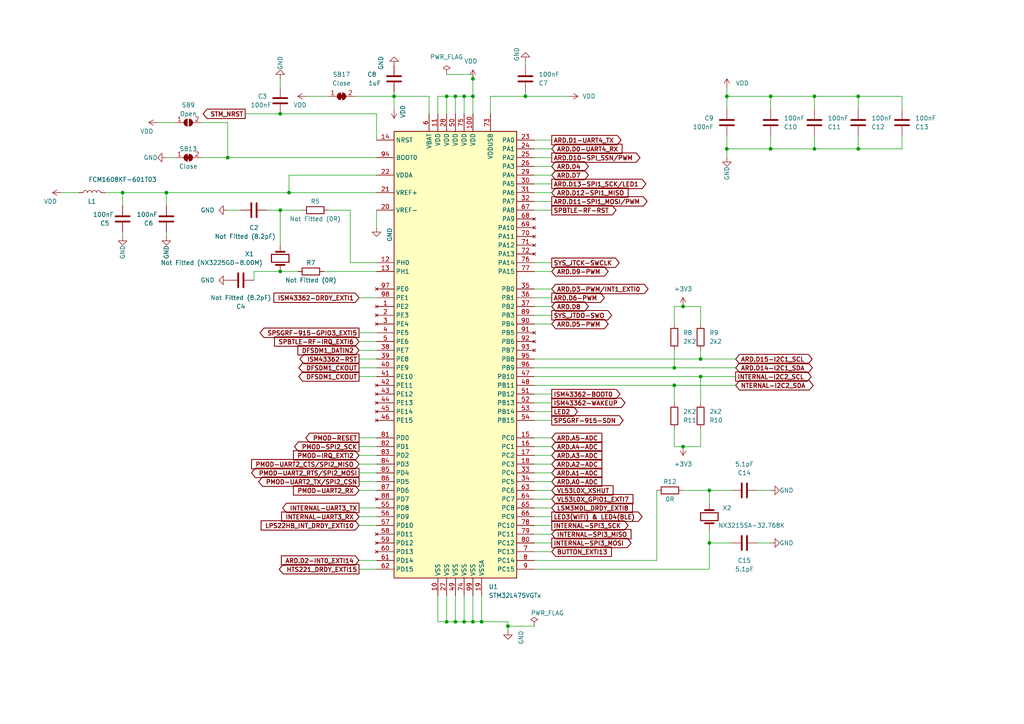
<source format=kicad_sch>
(kicad_sch (version 20211123) (generator eeschema)
  (paper "A4")
  (title_block (title "Microcontroller") (date "2023-01-22"))
  (lib_symbols
    (symbol "Device:C" (pin_numbers hide) (pin_names (offset 0.254))
      (property "Reference" "C" (at 0.635 2.54 0))
      (property "Value" "C" (at 0.635 -2.54 0))
      (symbol "C_0_1"
        (polyline (pts (xy -2.032 -0.762) (xy 2.032 -0.762)) (stroke (width 0.508)))
        (polyline (pts (xy -2.032 0.762) (xy 2.032 0.762)) (stroke (width 0.508)))
      )
      (symbol "C_1_1"
        (pin passive line (at 0 3.81 270) (length 2.794) (name "~") (number "1"))
        (pin passive line (at 0 -3.81 90) (length 2.794) (name "~") (number "2"))
      )
    )
    (symbol "Device:Crystal" (pin_numbers hide) (pin_names (offset 1.016) hide)
      (property "Reference" "Y" (at 0 3.81 0))
      (property "Value" "Crystal" (at 0 -3.81 0))
      (symbol "Crystal_0_1"
        (rectangle (start -1.143 2.54) (end 1.143 -2.54) (stroke (width 0.3048)))
        (polyline (pts (xy -2.54 0) (xy -1.905 0)))
        (polyline (pts (xy -1.905 -1.27) (xy -1.905 1.27)) (stroke (width 0.508)))
        (polyline (pts (xy 1.905 -1.27) (xy 1.905 1.27)) (stroke (width 0.508)))
        (polyline (pts (xy 2.54 0) (xy 1.905 0)))
      )
      (symbol "Crystal_1_1"
        (pin passive line (at -3.81 0 0) (length 1.27) (name "1") (number "1"))
        (pin passive line (at 3.81 0 180) (length 1.27) (name "2") (number "2"))
      )
    )
    (symbol "Device:L" (pin_numbers hide) (pin_names (offset 1.016) hide)
      (property "Reference" "L" (at -1.27 0 90))
      (property "Value" "L" (at 1.905 0 90))
      (symbol "L_0_1"
        (arc (start 0 -2.54) (mid 0.635 -1.905) (end 0 -1.27))
        (arc (start 0 -1.27) (mid 0.635 -0.635) (end 0 0))
        (arc (start 0 0) (mid 0.635 0.635) (end 0 1.27))
        (arc (start 0 1.27) (mid 0.635 1.905) (end 0 2.54))
      )
      (symbol "L_1_1"
        (pin passive line (at 0 3.81 270) (length 1.27) (name "1") (number "1"))
        (pin passive line (at 0 -3.81 90) (length 1.27) (name "2") (number "2"))
      )
    )
    (symbol "Device:R" (pin_numbers hide) (pin_names (offset 0))
      (property "Reference" "R" (at 2.032 0 90))
      (property "Value" "R" (at 0 0 90))
      (symbol "R_0_1"
        (rectangle (start -1.016 -2.54) (end 1.016 2.54) (stroke (width 0.254)))
      )
      (symbol "R_1_1"
        (pin passive line (at 0 3.81 270) (length 1.27) (name "~") (number "1"))
        (pin passive line (at 0 -3.81 90) (length 1.27) (name "~") (number "2"))
      )
    )
    (symbol "Jumper:SolderJumper_2_Bridged" (pin_names (offset 0) hide)
      (property "Reference" "JP" (at 0 2.032 0))
      (property "Value" "SolderJumper_2_Bridged" (at 0 -2.54 0))
      (symbol "SolderJumper_2_Bridged_0_1"
        (rectangle (start -0.508 0.508) (end 0.508 -0.508) (fill (type outline)))
        (arc (start -0.254 1.016) (mid -1.27 0) (end -0.254 -1.016))
        (arc (start -0.254 1.016) (mid -1.27 0) (end -0.254 -1.016) (fill (type outline)))
        (polyline (pts (xy -0.254 1.016) (xy -0.254 -1.016)))
        (polyline (pts (xy 0.254 1.016) (xy 0.254 -1.016)))
        (arc (start 0.254 -1.016) (mid 1.27 0) (end 0.254 1.016))
        (arc (start 0.254 -1.016) (mid 1.27 0) (end 0.254 1.016) (fill (type outline)))
      )
      (symbol "SolderJumper_2_Bridged_1_1"
        (pin passive line (at -3.81 0 0) (length 2.54) (name "A") (number "1"))
        (pin passive line (at 3.81 0 180) (length 2.54) (name "B") (number "2"))
      )
    )
    (symbol "Jumper:SolderJumper_2_Open" (pin_names (offset 0) hide)
      (property "Reference" "JP" (at 0 2.032 0))
      (property "Value" "SolderJumper_2_Open" (at 0 -2.54 0))
      (symbol "SolderJumper_2_Open_0_1"
        (arc (start -0.254 1.016) (mid -1.27 0) (end -0.254 -1.016))
        (arc (start -0.254 1.016) (mid -1.27 0) (end -0.254 -1.016) (fill (type outline)))
        (polyline (pts (xy -0.254 1.016) (xy -0.254 -1.016)))
        (polyline (pts (xy 0.254 1.016) (xy 0.254 -1.016)))
        (arc (start 0.254 -1.016) (mid 1.27 0) (end 0.254 1.016))
        (arc (start 0.254 -1.016) (mid 1.27 0) (end 0.254 1.016) (fill (type outline)))
      )
      (symbol "SolderJumper_2_Open_1_1"
        (pin passive line (at -3.81 0 0) (length 2.54) (name "A") (number "1"))
        (pin passive line (at 3.81 0 180) (length 2.54) (name "B") (number "2"))
      )
    )
    (symbol "MCU_ST_STM32L4:STM32L475VGTx"
      (property "Reference" "U1" (at 9.6394 -68.58 0))
      (property "Value" "STM32L475VGTx" (at 9.6394 -71.12 0))
      (symbol "STM32L475VGTx_0_1"
        (rectangle (start -17.78 -66.04) (end 17.78 63.5) (stroke (width 0.254)) (fill (type background)))
      )
      (symbol "STM32L475VGTx_1_1"
        (pin no_connect line (at -22.86 12.7 0) (length 5.08) (name "PE2") (number "1"))
        (pin power_in line (at -5.08 -71.12 90) (length 5.08) (name "VSS") (number "10"))
        (pin power_in line (at 5.08 68.58 270) (length 5.08) (name "VDD") (number "100"))
        (pin power_in line (at -5.08 68.58 270) (length 5.08) (name "VDD") (number "11"))
        (pin input line (at -22.86 25.4 0) (length 5.08) (name "PH0") (number "12"))
        (pin input line (at -22.86 22.86 0) (length 5.08) (name "PH1") (number "13"))
        (pin input line (at -22.86 60.96 0) (length 5.08) (name "NRST") (number "14"))
        (pin bidirectional line (at 22.86 -25.4 180) (length 5.08) (name "PC0") (number "15"))
        (pin bidirectional line (at 22.86 -27.94 180) (length 5.08) (name "PC1") (number "16"))
        (pin bidirectional line (at 22.86 -30.48 180) (length 5.08) (name "PC2") (number "17"))
        (pin bidirectional line (at 22.86 -33.02 180) (length 5.08) (name "PC3") (number "18"))
        (pin power_in line (at 7.62 -71.12 90) (length 5.08) (name "VSSA") (number "19"))
        (pin no_connect line (at -22.86 10.16 0) (length 5.08) (name "PE3") (number "2"))
        (pin power_in line (at -22.86 40.64 0) (length 5.08) (name "VREF-") (number "20"))
        (pin bidirectional line (at -22.86 45.72 0) (length 5.08) (name "VREF+") (number "21"))
        (pin bidirectional line (at -22.86 50.8 0) (length 5.08) (name "VDDA") (number "22"))
        (pin bidirectional line (at 22.86 60.96 180) (length 5.08) (name "PA0") (number "23"))
        (pin bidirectional line (at 22.86 58.42 180) (length 5.08) (name "PA1") (number "24"))
        (pin bidirectional line (at 22.86 55.88 180) (length 5.08) (name "PA2") (number "25"))
        (pin bidirectional line (at 22.86 53.34 180) (length 5.08) (name "PA3") (number "26"))
        (pin power_in line (at -2.54 -71.12 90) (length 5.08) (name "VSS") (number "27"))
        (pin power_in line (at -2.54 68.58 270) (length 5.08) (name "VDD") (number "28"))
        (pin bidirectional line (at 22.86 50.8 180) (length 5.08) (name "PA4") (number "29"))
        (pin no_connect line (at -22.86 7.62 0) (length 5.08) (name "PE4") (number "3"))
        (pin bidirectional line (at 22.86 48.26 180) (length 5.08) (name "PA5") (number "30"))
        (pin bidirectional line (at 22.86 45.72 180) (length 5.08) (name "PA6") (number "31"))
        (pin bidirectional line (at 22.86 43.18 180) (length 5.08) (name "PA7") (number "32"))
        (pin bidirectional line (at 22.86 -35.56 180) (length 5.08) (name "PC4") (number "33"))
        (pin bidirectional line (at 22.86 -38.1 180) (length 5.08) (name "PC5") (number "34"))
        (pin bidirectional line (at 22.86 17.78 180) (length 5.08) (name "PB0") (number "35"))
        (pin bidirectional line (at 22.86 15.24 180) (length 5.08) (name "PB1") (number "36"))
        (pin bidirectional line (at 22.86 12.7 180) (length 5.08) (name "PB2") (number "37"))
        (pin bidirectional line (at -22.86 0 0) (length 5.08) (name "PE7") (number "38"))
        (pin bidirectional line (at -22.86 -2.54 0) (length 5.08) (name "PE8") (number "39"))
        (pin bidirectional line (at -22.86 5.08 0) (length 5.08) (name "PE5") (number "4"))
        (pin bidirectional line (at -22.86 -5.08 0) (length 5.08) (name "PE9") (number "40"))
        (pin bidirectional line (at -22.86 -7.62 0) (length 5.08) (name "PE10") (number "41"))
        (pin no_connect line (at -22.86 -10.16 0) (length 5.08) (name "PE11") (number "42"))
        (pin no_connect line (at -22.86 -12.7 0) (length 5.08) (name "PE12") (number "43"))
        (pin no_connect line (at -22.86 -15.24 0) (length 5.08) (name "PE13") (number "44"))
        (pin no_connect line (at -22.86 -17.78 0) (length 5.08) (name "PE14") (number "45"))
        (pin no_connect line (at -22.86 -20.32 0) (length 5.08) (name "PE15") (number "46"))
        (pin bidirectional line (at 22.86 -7.62 180) (length 5.08) (name "PB10") (number "47"))
        (pin bidirectional line (at 22.86 -10.16 180) (length 5.08) (name "PB11") (number "48"))
        (pin power_in line (at 0 -71.12 90) (length 5.08) (name "VSS") (number "49"))
        (pin bidirectional line (at -22.86 2.54 0) (length 5.08) (name "PE6") (number "5"))
        (pin power_in line (at 0 68.58 270) (length 5.08) (name "VDD") (number "50"))
        (pin bidirectional line (at 22.86 -12.7 180) (length 5.08) (name "PB12") (number "51"))
        (pin bidirectional line (at 22.86 -15.24 180) (length 5.08) (name "PB13") (number "52"))
        (pin bidirectional line (at 22.86 -17.78 180) (length 5.08) (name "PB14") (number "53"))
        (pin bidirectional line (at 22.86 -20.32 180) (length 5.08) (name "PB15") (number "54"))
        (pin bidirectional line (at -22.86 -45.72 0) (length 5.08) (name "PD8") (number "55"))
        (pin bidirectional line (at -22.86 -48.26 0) (length 5.08) (name "PD9") (number "56"))
        (pin bidirectional line (at -22.86 -50.8 0) (length 5.08) (name "PD10") (number "57"))
        (pin no_connect line (at -22.86 -53.34 0) (length 5.08) (name "PD11") (number "58"))
        (pin no_connect line (at -22.86 -55.88 0) (length 5.08) (name "PD12") (number "59"))
        (pin power_in line (at -7.62 68.58 270) (length 5.08) (name "VBAT") (number "6"))
        (pin no_connect line (at -22.86 -58.42 0) (length 5.08) (name "PD13") (number "60"))
        (pin bidirectional line (at -22.86 -60.96 0) (length 5.08) (name "PD14") (number "61"))
        (pin bidirectional line (at -22.86 -63.5 0) (length 5.08) (name "PD15") (number "62"))
        (pin bidirectional line (at 22.86 -40.64 180) (length 5.08) (name "PC6") (number "63"))
        (pin bidirectional line (at 22.86 -43.18 180) (length 5.08) (name "PC7") (number "64"))
        (pin bidirectional line (at 22.86 -45.72 180) (length 5.08) (name "PC8") (number "65"))
        (pin bidirectional line (at 22.86 -48.26 180) (length 5.08) (name "PC9") (number "66"))
        (pin bidirectional line (at 22.86 40.64 180) (length 5.08) (name "PA8") (number "67"))
        (pin no_connect line (at 22.86 38.1 180) (length 5.08) (name "PA9") (number "68"))
        (pin no_connect line (at 22.86 35.56 180) (length 5.08) (name "PA10") (number "69"))
        (pin bidirectional line (at 22.86 -58.42 180) (length 5.08) (name "PC13") (number "7"))
        (pin no_connect line (at 22.86 33.02 180) (length 5.08) (name "PA11") (number "70"))
        (pin no_connect line (at 22.86 30.48 180) (length 5.08) (name "PA12") (number "71"))
        (pin no_connect line (at 22.86 27.94 180) (length 5.08) (name "PA13") (number "72"))
        (pin power_in line (at 10.16 68.58 270) (length 5.08) (name "VDDUSB") (number "73"))
        (pin power_in line (at 2.54 -71.12 90) (length 5.08) (name "VSS") (number "74"))
        (pin power_in line (at 2.54 68.58 270) (length 5.08) (name "VDD") (number "75"))
        (pin bidirectional line (at 22.86 25.4 180) (length 5.08) (name "PA14") (number "76"))
        (pin bidirectional line (at 22.86 22.86 180) (length 5.08) (name "PA15") (number "77"))
        (pin bidirectional line (at 22.86 -50.8 180) (length 5.08) (name "PC10") (number "78"))
        (pin bidirectional line (at 22.86 -53.34 180) (length 5.08) (name "PC11") (number "79"))
        (pin bidirectional line (at 22.86 -60.96 180) (length 5.08) (name "PC14") (number "8"))
        (pin bidirectional line (at 22.86 -55.88 180) (length 5.08) (name "PC12") (number "80"))
        (pin bidirectional line (at -22.86 -25.4 0) (length 5.08) (name "PD0") (number "81"))
        (pin bidirectional line (at -22.86 -27.94 0) (length 5.08) (name "PD1") (number "82"))
        (pin bidirectional line (at -22.86 -30.48 0) (length 5.08) (name "PD2") (number "83"))
        (pin bidirectional line (at -22.86 -33.02 0) (length 5.08) (name "PD3") (number "84"))
        (pin bidirectional line (at -22.86 -35.56 0) (length 5.08) (name "PD4") (number "85"))
        (pin bidirectional line (at -22.86 -38.1 0) (length 5.08) (name "PD5") (number "86"))
        (pin bidirectional line (at -22.86 -40.64 0) (length 5.08) (name "PD6") (number "87"))
        (pin no_connect line (at -22.86 -43.18 0) (length 5.08) (name "PD7") (number "88"))
        (pin bidirectional line (at 22.86 10.16 180) (length 5.08) (name "PB3") (number "89"))
        (pin bidirectional line (at 22.86 -63.5 180) (length 5.08) (name "PC15") (number "9"))
        (pin bidirectional line (at 22.86 7.62 180) (length 5.08) (name "PB4") (number "90"))
        (pin no_connect line (at 22.86 5.08 180) (length 5.08) (name "PB5") (number "91"))
        (pin no_connect line (at 22.86 2.54 180) (length 5.08) (name "PB6") (number "92"))
        (pin no_connect line (at 22.86 0 180) (length 5.08) (name "PB7") (number "93"))
        (pin input line (at -22.86 55.88 0) (length 5.08) (name "BOOT0") (number "94"))
        (pin bidirectional line (at 22.86 -2.54 180) (length 5.08) (name "PB8") (number "95"))
        (pin bidirectional line (at 22.86 -5.08 180) (length 5.08) (name "PB9") (number "96"))
        (pin no_connect line (at -22.86 17.78 0) (length 5.08) (name "PE0") (number "97"))
        (pin bidirectional line (at -22.86 15.24 0) (length 5.08) (name "PE1") (number "98"))
        (pin power_in line (at 5.08 -71.12 90) (length 5.08) (name "VSS") (number "99"))
      )
    )
    (symbol "VDD_1" (power) (pin_numbers hide) (pin_names (offset 0) hide)
      (property "Value" "VDD_1" (at 2.54 1.2701 0))
      (symbol "VDD_1_0_1"
        (polyline (pts (xy -0.762 1.27) (xy 0 2.54)))
        (polyline (pts (xy 0 0) (xy 0 2.54)))
        (polyline (pts (xy 0 2.54) (xy 0.762 1.27)))
      )
      (symbol "VDD_1_1_1"
        (pin power_in line (at 0 0 90) (length 0) hide (name "VDD") (number "1"))
      )
    )
    (symbol "VDD_2" (power) (pin_numbers hide) (pin_names (offset 0) hide)
      (property "Value" "VDD_2" (at 2.54 -5.08 90))
      (symbol "VDD_2_0_1"
        (polyline (pts (xy -0.762 1.27) (xy 0 2.54)))
        (polyline (pts (xy 0 0) (xy 0 2.54)))
        (polyline (pts (xy 0 2.54) (xy 0.762 1.27)))
      )
      (symbol "VDD_2_1_1"
        (pin power_in line (at 0 0 90) (length 0) hide (name "VDD") (number "1"))
      )
    )
    (symbol "power:+3V3" (power) (pin_numbers hide) (pin_names (offset 0) hide)
      (property "Value" "+3V3" (at 0 3.556 0))
      (symbol "+3V3_0_1"
        (polyline (pts (xy -0.762 1.27) (xy 0 2.54)))
        (polyline (pts (xy 0 0) (xy 0 2.54)))
        (polyline (pts (xy 0 2.54) (xy 0.762 1.27)))
      )
      (symbol "+3V3_1_1"
        (pin power_in line (at 0 0 90) (length 0) hide (name "+3V3") (number "1"))
      )
    )
    (symbol "power:GND" (power) (pin_numbers hide) (pin_names (offset 0) hide)
      (property "Value" "GND" (at 0 -3.81 0))
      (symbol "GND_0_1"
        (polyline (pts (xy 0 0) (xy 0 -1.27) (xy 1.27 -1.27) (xy 0 -2.54) (xy -1.27 -1.27) (xy 0 -1.27)))
      )
      (symbol "GND_1_1"
        (pin power_in line (at 0 0 270) (length 0) hide (name "GND") (number "1"))
      )
    )
    (symbol "power:PWR_FLAG" (power) (pin_numbers hide) (pin_names (offset 0) hide)
      (property "Value" "PWR_FLAG" (at 0 3.81 0))
      (symbol "PWR_FLAG_0_0"
        (pin power_out line (at 0 0 90) (length 0) (name "pwr") (number "1"))
      )
      (symbol "PWR_FLAG_0_1"
        (polyline (pts (xy 0 0) (xy 0 1.27) (xy -1.016 1.905) (xy 0 2.54) (xy 1.016 1.905) (xy 0 1.27)))
      )
    )
  )
  (junction (at 198.12 129.54))
  (junction (at 81.28 60.96))
  (junction (at 152.4 27.94))
  (junction (at 137.16 22.86))
  (junction (at 134.62 27.94))
  (junction (at 203.2 109.22))
  (junction (at 195.58 111.76))
  (junction (at 48.26 55.88))
  (junction (at 210.82 43.18))
  (junction (at 137.16 180.34))
  (junction (at 81.28 78.74))
  (junction (at 132.08 180.34))
  (junction (at 147.32 181.61))
  (junction (at 223.52 27.94))
  (junction (at 83.82 55.88))
  (junction (at 248.92 27.94))
  (junction (at 114.3 27.94))
  (junction (at 129.54 180.34))
  (junction (at 132.08 27.94))
  (junction (at 223.52 43.18))
  (junction (at 137.16 27.94))
  (junction (at 236.22 27.94))
  (junction (at 195.58 106.68))
  (junction (at 198.12 88.9))
  (junction (at 203.2 104.14))
  (junction (at 248.92 43.18))
  (junction (at 236.22 43.18))
  (junction (at 35.56 55.88))
  (junction (at 210.82 27.94))
  (junction (at 134.62 180.34))
  (junction (at 66.04 45.72))
  (junction (at 129.54 27.94))
  (junction (at 205.74 142.24))
  (junction (at 205.74 157.48))
  (junction (at 81.28 33.02))
  (junction (at 139.7 180.34))
  (wire (pts (xy 152.4 17.78) (xy 152.4 19.05)))
  (wire (pts (xy 223.52 43.18) (xy 236.22 43.18)))
  (wire (pts (xy 109.22 60.96) (xy 109.22 66.04)))
  (wire (pts (xy 160.02 114.3) (xy 154.94 114.3)))
  (wire (pts (xy 139.7 180.34) (xy 147.32 180.34)))
  (wire (pts (xy 104.14 127) (xy 109.22 127)))
  (wire (pts (xy 198.12 129.54) (xy 203.2 129.54)))
  (wire (pts (xy 236.22 43.18) (xy 248.92 43.18)))
  (wire (pts (xy 129.54 33.02) (xy 129.54 27.94)))
  (wire (pts (xy 210.82 39.37) (xy 210.82 43.18)))
  (wire (pts (xy 102.87 27.94) (xy 114.3 27.94)))
  (wire (pts (xy 58.42 35.56) (xy 66.04 35.56)))
  (wire (pts (xy 109.22 50.8) (xy 83.82 50.8)))
  (wire (pts (xy 236.22 27.94) (xy 236.22 31.75)))
  (wire (pts (xy 30.48 55.88) (xy 35.56 55.88)))
  (wire (pts (xy 104.14 134.62) (xy 109.22 134.62)))
  (wire (pts (xy 160.02 48.26) (xy 154.94 48.26)))
  (wire (pts (xy 66.04 60.96) (xy 69.85 60.96)))
  (wire (pts (xy 160.02 55.88) (xy 154.94 55.88)))
  (wire (pts (xy 152.4 27.94) (xy 165.1 27.94)))
  (wire (pts (xy 195.58 101.6) (xy 195.58 106.68)))
  (wire (pts (xy 205.74 157.48) (xy 205.74 165.1)))
  (wire (pts (xy 134.62 33.02) (xy 134.62 27.94)))
  (wire (pts (xy 142.24 27.94) (xy 152.4 27.94)))
  (wire (pts (xy 127 33.02) (xy 127 27.94)))
  (wire (pts (xy 195.58 111.76) (xy 213.36 111.76)))
  (wire (pts (xy 17.78 55.88) (xy 22.86 55.88)))
  (wire (pts (xy 160.02 58.42) (xy 154.94 58.42)))
  (wire (pts (xy 104.14 129.54) (xy 109.22 129.54)))
  (wire (pts (xy 160.02 50.8) (xy 154.94 50.8)))
  (wire (pts (xy 35.56 55.88) (xy 48.26 55.88)))
  (wire (pts (xy 236.22 39.37) (xy 236.22 43.18)))
  (wire (pts (xy 160.02 154.94) (xy 154.94 154.94)))
  (wire (pts (xy 160.02 160.02) (xy 154.94 160.02)))
  (wire (pts (xy 198.12 142.24) (xy 205.74 142.24)))
  (wire (pts (xy 152.4 26.67) (xy 152.4 27.94)))
  (wire (pts (xy 71.12 33.02) (xy 81.28 33.02)))
  (wire (pts (xy 205.74 157.48) (xy 212.09 157.48)))
  (wire (pts (xy 160.02 53.34) (xy 154.94 53.34)))
  (wire (pts (xy 160.02 147.32) (xy 154.94 147.32)))
  (wire (pts (xy 134.62 27.94) (xy 137.16 27.94)))
  (wire (pts (xy 104.14 147.32) (xy 109.22 147.32)))
  (wire (pts (xy 160.02 132.08) (xy 154.94 132.08)))
  (wire (pts (xy 137.16 21.59) (xy 137.16 22.86)))
  (wire (pts (xy 114.3 27.94) (xy 124.46 27.94)))
  (wire (pts (xy 81.28 60.96) (xy 87.63 60.96)))
  (wire (pts (xy 104.14 137.16) (xy 109.22 137.16)))
  (wire (pts (xy 104.14 165.1) (xy 109.22 165.1)))
  (wire (pts (xy 160.02 88.9) (xy 154.94 88.9)))
  (wire (pts (xy 195.58 129.54) (xy 198.12 129.54)))
  (wire (pts (xy 203.2 116.84) (xy 203.2 109.22)))
  (wire (pts (xy 210.82 43.18) (xy 210.82 45.72)))
  (wire (pts (xy 198.12 88.9) (xy 203.2 88.9)))
  (wire (pts (xy 66.04 45.72) (xy 109.22 45.72)))
  (wire (pts (xy 137.16 22.86) (xy 137.16 27.94)))
  (wire (pts (xy 219.71 142.24) (xy 223.52 142.24)))
  (wire (pts (xy 104.14 109.22) (xy 109.22 109.22)))
  (wire (pts (xy 160.02 142.24) (xy 154.94 142.24)))
  (wire (pts (xy 223.52 27.94) (xy 223.52 31.75)))
  (wire (pts (xy 154.94 106.68) (xy 195.58 106.68)))
  (wire (pts (xy 160.02 149.86) (xy 154.94 149.86)))
  (wire (pts (xy 203.2 129.54) (xy 203.2 124.46)))
  (wire (pts (xy 223.52 39.37) (xy 223.52 43.18)))
  (wire (pts (xy 137.16 33.02) (xy 137.16 27.94)))
  (wire (pts (xy 77.47 60.96) (xy 81.28 60.96)))
  (wire (pts (xy 104.14 152.4) (xy 109.22 152.4)))
  (wire (pts (xy 261.62 39.37) (xy 261.62 43.18)))
  (wire (pts (xy 160.02 152.4) (xy 154.94 152.4)))
  (wire (pts (xy 160.02 60.96) (xy 154.94 60.96)))
  (wire (pts (xy 160.02 86.36) (xy 154.94 86.36)))
  (wire (pts (xy 160.02 116.84) (xy 154.94 116.84)))
  (wire (pts (xy 203.2 88.9) (xy 203.2 93.98)))
  (wire (pts (xy 147.32 180.34) (xy 147.32 181.61)))
  (wire (pts (xy 81.28 71.12) (xy 81.28 60.96)))
  (wire (pts (xy 160.02 93.98) (xy 154.94 93.98)))
  (wire (pts (xy 124.46 27.94) (xy 124.46 33.02)))
  (wire (pts (xy 93.98 78.74) (xy 109.22 78.74)))
  (wire (pts (xy 236.22 27.94) (xy 248.92 27.94)))
  (wire (pts (xy 48.26 67.31) (xy 48.26 68.58)))
  (wire (pts (xy 160.02 157.48) (xy 154.94 157.48)))
  (wire (pts (xy 205.74 153.67) (xy 205.74 157.48)))
  (wire (pts (xy 101.6 76.2) (xy 101.6 60.96)))
  (wire (pts (xy 127 172.72) (xy 127 180.34)))
  (wire (pts (xy 114.3 27.94) (xy 114.3 31.75)))
  (wire (pts (xy 203.2 101.6) (xy 203.2 104.14)))
  (wire (pts (xy 104.14 99.06) (xy 109.22 99.06)))
  (wire (pts (xy 104.14 101.6) (xy 109.22 101.6)))
  (wire (pts (xy 134.62 172.72) (xy 134.62 180.34)))
  (wire (pts (xy 83.82 55.88) (xy 109.22 55.88)))
  (wire (pts (xy 58.42 45.72) (xy 66.04 45.72)))
  (wire (pts (xy 109.22 33.02) (xy 109.22 40.64)))
  (wire (pts (xy 45.72 35.56) (xy 50.8 35.56)))
  (wire (pts (xy 139.7 172.72) (xy 139.7 180.34)))
  (wire (pts (xy 160.02 83.82) (xy 154.94 83.82)))
  (wire (pts (xy 223.52 27.94) (xy 236.22 27.94)))
  (wire (pts (xy 114.3 26.67) (xy 114.3 27.94)))
  (wire (pts (xy 129.54 180.34) (xy 132.08 180.34)))
  (wire (pts (xy 134.62 180.34) (xy 137.16 180.34)))
  (wire (pts (xy 195.58 129.54) (xy 195.58 124.46)))
  (wire (pts (xy 154.94 111.76) (xy 195.58 111.76)))
  (wire (pts (xy 160.02 43.18) (xy 154.94 43.18)))
  (wire (pts (xy 160.02 119.38) (xy 154.94 119.38)))
  (wire (pts (xy 104.14 106.68) (xy 109.22 106.68)))
  (wire (pts (xy 48.26 59.69) (xy 48.26 55.88)))
  (wire (pts (xy 154.94 104.14) (xy 203.2 104.14)))
  (wire (pts (xy 160.02 76.2) (xy 154.94 76.2)))
  (wire (pts (xy 160.02 144.78) (xy 154.94 144.78)))
  (wire (pts (xy 147.32 181.61) (xy 147.32 182.88)))
  (wire (pts (xy 81.28 33.02) (xy 109.22 33.02)))
  (wire (pts (xy 104.14 139.7) (xy 109.22 139.7)))
  (wire (pts (xy 132.08 27.94) (xy 134.62 27.94)))
  (wire (pts (xy 160.02 91.44) (xy 154.94 91.44)))
  (wire (pts (xy 248.92 27.94) (xy 261.62 27.94)))
  (wire (pts (xy 160.02 139.7) (xy 154.94 139.7)))
  (wire (pts (xy 261.62 43.18) (xy 248.92 43.18)))
  (wire (pts (xy 147.32 181.61) (xy 154.94 181.61)))
  (wire (pts (xy 127 180.34) (xy 129.54 180.34)))
  (wire (pts (xy 129.54 172.72) (xy 129.54 180.34)))
  (wire (pts (xy 104.14 162.56) (xy 109.22 162.56)))
  (wire (pts (xy 109.22 76.2) (xy 101.6 76.2)))
  (wire (pts (xy 160.02 137.16) (xy 154.94 137.16)))
  (wire (pts (xy 104.14 96.52) (xy 109.22 96.52)))
  (wire (pts (xy 101.6 60.96) (xy 95.25 60.96)))
  (wire (pts (xy 104.14 104.14) (xy 109.22 104.14)))
  (wire (pts (xy 73.66 78.74) (xy 81.28 78.74)))
  (wire (pts (xy 35.56 67.31) (xy 35.56 68.58)))
  (wire (pts (xy 205.74 142.24) (xy 212.09 142.24)))
  (wire (pts (xy 195.58 88.9) (xy 198.12 88.9)))
  (wire (pts (xy 160.02 127) (xy 154.94 127)))
  (wire (pts (xy 210.82 27.94) (xy 210.82 31.75)))
  (wire (pts (xy 83.82 50.8) (xy 83.82 55.88)))
  (wire (pts (xy 219.71 157.48) (xy 223.52 157.48)))
  (wire (pts (xy 195.58 106.68) (xy 213.36 106.68)))
  (wire (pts (xy 73.66 78.74) (xy 73.66 81.28)))
  (wire (pts (xy 195.58 111.76) (xy 195.58 116.84)))
  (wire (pts (xy 35.56 59.69) (xy 35.56 55.88)))
  (wire (pts (xy 210.82 43.18) (xy 223.52 43.18)))
  (wire (pts (xy 160.02 40.64) (xy 154.94 40.64)))
  (wire (pts (xy 81.28 22.86) (xy 81.28 25.4)))
  (wire (pts (xy 104.14 142.24) (xy 109.22 142.24)))
  (wire (pts (xy 129.54 27.94) (xy 132.08 27.94)))
  (wire (pts (xy 132.08 33.02) (xy 132.08 27.94)))
  (wire (pts (xy 48.26 45.72) (xy 50.8 45.72)))
  (wire (pts (xy 203.2 104.14) (xy 213.36 104.14)))
  (wire (pts (xy 104.14 149.86) (xy 109.22 149.86)))
  (wire (pts (xy 154.94 109.22) (xy 203.2 109.22)))
  (wire (pts (xy 154.94 162.56) (xy 190.5 162.56)))
  (wire (pts (xy 248.92 39.37) (xy 248.92 43.18)))
  (wire (pts (xy 195.58 88.9) (xy 195.58 93.98)))
  (wire (pts (xy 203.2 109.22) (xy 213.36 109.22)))
  (wire (pts (xy 210.82 25.4) (xy 210.82 27.94)))
  (wire (pts (xy 210.82 27.94) (xy 223.52 27.94)))
  (wire (pts (xy 104.14 86.36) (xy 109.22 86.36)))
  (wire (pts (xy 160.02 121.92) (xy 154.94 121.92)))
  (wire (pts (xy 66.04 35.56) (xy 66.04 45.72)))
  (wire (pts (xy 48.26 55.88) (xy 83.82 55.88)))
  (wire (pts (xy 129.54 21.59) (xy 137.16 21.59)))
  (wire (pts (xy 261.62 27.94) (xy 261.62 31.75)))
  (wire (pts (xy 154.94 165.1) (xy 205.74 165.1)))
  (wire (pts (xy 127 27.94) (xy 129.54 27.94)))
  (wire (pts (xy 205.74 142.24) (xy 205.74 146.05)))
  (wire (pts (xy 104.14 132.08) (xy 109.22 132.08)))
  (wire (pts (xy 137.16 180.34) (xy 139.7 180.34)))
  (wire (pts (xy 248.92 27.94) (xy 248.92 31.75)))
  (wire (pts (xy 88.9 27.94) (xy 95.25 27.94)))
  (wire (pts (xy 160.02 134.62) (xy 154.94 134.62)))
  (wire (pts (xy 160.02 129.54) (xy 154.94 129.54)))
  (wire (pts (xy 142.24 33.02) (xy 142.24 27.94)))
  (wire (pts (xy 160.02 45.72) (xy 154.94 45.72)))
  (wire (pts (xy 160.02 78.74) (xy 154.94 78.74)))
  (wire (pts (xy 137.16 172.72) (xy 137.16 180.34)))
  (wire (pts (xy 132.08 180.34) (xy 134.62 180.34)))
  (wire (pts (xy 81.28 78.74) (xy 86.36 78.74)))
  (wire (pts (xy 132.08 172.72) (xy 132.08 180.34)))
  (wire (pts (xy 190.5 162.56) (xy 190.5 142.24)))
  (global_label "VL53L0X_XSHUT" (shape input) (at 160.02 142.24 0) (effects (font (thickness 0.254) bold)) (property "Intersheet References" "${INTERSHEET_REFS}" (effects hide)))
  (global_label "ARD.D15-I2C1_SCL" (shape bidirectional) (at 213.36 104.14 0) (effects (font (thickness 0.254) bold)) (property "Intersheet References" "${INTERSHEET_REFS}" (effects hide)))
  (global_label "PMOD-UART2_TX{slash}SPI2_CSN" (shape output) (at 104.14 139.7 180) (effects (font (thickness 0.254) bold)) (property "Intersheet References" "${INTERSHEET_REFS}" (effects hide)))
  (global_label "DFSDM1_CKOUT" (shape output) (at 104.14 106.68 180) (effects (font (thickness 0.254) bold)) (property "Intersheet References" "${INTERSHEET_REFS}" (effects hide)))
  (global_label "SPBTLE-RF-RST" (shape output) (at 160.02 60.96 0) (effects (font (thickness 0.254) bold)) (property "Intersheet References" "${INTERSHEET_REFS}" (effects hide)))
  (global_label "PMOD-UART2_RTS{slash}SPI2_MOSI" (shape output) (at 104.14 137.16 180) (effects (font (thickness 0.254) bold)) (property "Intersheet References" "${INTERSHEET_REFS}" (effects hide)))
  (global_label "STM_NRST" (shape output) (at 71.12 33.02 180) (effects (font (thickness 0.254) bold)) (property "Intersheet References" "${INTERSHEET_REFS}" (effects hide)))
  (global_label "ARD.A0-ADC" (shape input) (at 160.02 139.7 0) (effects (font (thickness 0.254) bold)) (property "Intersheet References" "${INTERSHEET_REFS}" (effects hide)))
  (global_label "SPBTLE-RF-IRQ_EXTI6" (shape input) (at 104.14 99.06 180) (effects (font (thickness 0.254) bold)) (property "Intersheet References" "${INTERSHEET_REFS}" (effects hide)))
  (global_label "ARD.A4-ADC" (shape input) (at 160.02 129.54 0) (effects (font (thickness 0.254) bold)) (property "Intersheet References" "${INTERSHEET_REFS}" (effects hide)))
  (global_label "LED3(WIFI) & LED4(BLE)" (shape output) (at 160.02 149.86 0) (effects (font (thickness 0.254) bold)) (property "Intersheet References" "${INTERSHEET_REFS}" (effects hide)))
  (global_label "PMOD-RESET" (shape output) (at 104.14 127 180) (effects (font (thickness 0.254) bold)) (property "Intersheet References" "${INTERSHEET_REFS}" (effects hide)))
  (global_label "SPSGRF-915-GPIO3_EXTI5" (shape output) (at 104.14 96.52 180) (effects (font (thickness 0.254) bold)) (property "Intersheet References" "${INTERSHEET_REFS}" (effects hide)))
  (global_label "PMOD-UART2_CTS{slash}SPI2_MISO" (shape input) (at 104.14 134.62 180) (effects (font (thickness 0.254) bold)) (property "Intersheet References" "${INTERSHEET_REFS}" (effects hide)))
  (global_label "ARD.D3-PWM{slash}INT1_EXTI0" (shape bidirectional) (at 160.02 83.82 0) (effects (font (thickness 0.254) bold)) (property "Intersheet References" "${INTERSHEET_REFS}" (effects hide)))
  (global_label "BUTTON_EXTI13" (shape input) (at 160.02 160.02 0) (effects (font (thickness 0.254) bold)) (property "Intersheet References" "${INTERSHEET_REFS}" (effects hide)))
  (global_label "INTERNAL-SPI3_SCK" (shape output) (at 160.02 152.4 0) (effects (font (thickness 0.254) bold)) (property "Intersheet References" "${INTERSHEET_REFS}" (effects hide)))
  (global_label "ARD.D0-UART4_RX" (shape input) (at 160.02 43.18 0) (effects (font (thickness 0.254) bold)) (property "Intersheet References" "${INTERSHEET_REFS}" (effects hide)))
  (global_label "NTERNAL-I2C2_SDA" (shape bidirectional) (at 213.36 111.76 0) (effects (font (thickness 0.254) bold)) (property "Intersheet References" "${INTERSHEET_REFS}" (effects hide)))
  (global_label "ARD.D7" (shape bidirectional) (at 160.02 50.8 0) (effects (font (thickness 0.254) bold)) (property "Intersheet References" "${INTERSHEET_REFS}" (effects hide)))
  (global_label "INTERNAL-I2C2_SCL" (shape output) (at 213.36 109.22 0) (effects (font (thickness 0.254) bold)) (property "Intersheet References" "${INTERSHEET_REFS}" (effects hide)))
  (global_label "ARD.D13-SPI1_SCK{slash}LED1" (shape output) (at 160.02 53.34 0) (effects (font (thickness 0.254) bold)) (property "Intersheet References" "${INTERSHEET_REFS}" (effects hide)))
  (global_label "ARD.A5-ADC" (shape input) (at 160.02 127 0) (effects (font (thickness 0.254) bold)) (property "Intersheet References" "${INTERSHEET_REFS}" (effects hide)))
  (global_label "INTERNAL-UART3_RX" (shape input) (at 104.14 149.86 180) (effects (font (thickness 0.254) bold)) (property "Intersheet References" "${INTERSHEET_REFS}" (effects hide)))
  (global_label "INTERNAL-SPI3_MISO" (shape input) (at 160.02 154.94 0) (effects (font (thickness 0.254) bold)) (property "Intersheet References" "${INTERSHEET_REFS}" (effects hide)))
  (global_label "HTS221_DRDY_EXTI15" (shape output) (at 104.14 165.1 180) (effects (font (thickness 0.254) bold)) (property "Intersheet References" "${INTERSHEET_REFS}" (effects hide)))
  (global_label "DFSDM1_CKOUT" (shape output) (at 104.14 109.22 180) (effects (font (thickness 0.254) bold)) (property "Intersheet References" "${INTERSHEET_REFS}" (effects hide)))
  (global_label "INTERNAL-SPI3_MOSI" (shape output) (at 160.02 157.48 0) (effects (font (thickness 0.254) bold)) (property "Intersheet References" "${INTERSHEET_REFS}" (effects hide)))
  (global_label "ARD.D2-INT0_EXTI14" (shape input) (at 104.14 162.56 180) (effects (font (thickness 0.254) bold)) (property "Intersheet References" "${INTERSHEET_REFS}" (effects hide)))
  (global_label "ARD.D10-SPI_SSN{slash}PWM" (shape output) (at 160.02 45.72 0) (effects (font (thickness 0.254) bold)) (property "Intersheet References" "${INTERSHEET_REFS}" (effects hide)))
  (global_label "ARD.D14-I2C1_SDA" (shape bidirectional) (at 213.36 106.68 0) (effects (font (thickness 0.254) bold)) (property "Intersheet References" "${INTERSHEET_REFS}" (effects hide)))
  (global_label "ISM43362-RST" (shape output) (at 104.14 104.14 180) (effects (font (thickness 0.254) bold)) (property "Intersheet References" "${INTERSHEET_REFS}" (effects hide)))
  (global_label "ARD.D8" (shape bidirectional) (at 160.02 88.9 0) (effects (font (thickness 0.254) bold)) (property "Intersheet References" "${INTERSHEET_REFS}" (effects hide)))
  (global_label "ARD.D1-UART4_TX" (shape output) (at 160.02 40.64 0) (effects (font (thickness 0.254) bold)) (property "Intersheet References" "${INTERSHEET_REFS}" (effects hide)))
  (global_label "ARD.D9-PWM" (shape bidirectional) (at 160.02 78.74 0) (effects (font (thickness 0.254) bold)) (property "Intersheet References" "${INTERSHEET_REFS}" (effects hide)))
  (global_label "SPSGRF-915-SDN" (shape output) (at 160.02 121.92 0) (effects (font (thickness 0.254) bold)) (property "Intersheet References" "${INTERSHEET_REFS}" (effects hide)))
  (global_label "ARD.D11-SPI1_MOSI{slash}PWM" (shape output) (at 160.02 58.42 0) (effects (font (thickness 0.254) bold)) (property "Intersheet References" "${INTERSHEET_REFS}" (effects hide)))
  (global_label "ISM43362-WAKEUP" (shape output) (at 160.02 116.84 0) (effects (font (thickness 0.254) bold)) (property "Intersheet References" "${INTERSHEET_REFS}" (effects hide)))
  (global_label "INTERNAL-UART3_TX" (shape output) (at 104.14 147.32 180) (effects (font (thickness 0.254) bold)) (property "Intersheet References" "${INTERSHEET_REFS}" (effects hide)))
  (global_label "LED2" (shape output) (at 160.02 119.38 0) (effects (font (thickness 0.254) bold)) (property "Intersheet References" "${INTERSHEET_REFS}" (effects hide)))
  (global_label "PMOD-UART2_RX" (shape input) (at 104.14 142.24 180) (effects (font (thickness 0.254) bold)) (property "Intersheet References" "${INTERSHEET_REFS}" (effects hide)))
  (global_label "LSM3MDL_DRDY_EXTI8" (shape input) (at 160.02 147.32 0) (effects (font (thickness 0.254) bold)) (property "Intersheet References" "${INTERSHEET_REFS}" (effects hide)))
  (global_label "ARD.D6-PWM" (shape output) (at 160.02 86.36 0) (effects (font (thickness 0.254) bold)) (property "Intersheet References" "${INTERSHEET_REFS}" (effects hide)))
  (global_label "ARD.A3-ADC" (shape input) (at 160.02 132.08 0) (effects (font (thickness 0.254) bold)) (property "Intersheet References" "${INTERSHEET_REFS}" (effects hide)))
  (global_label "VL53L0X_GPIO1_EXTI7" (shape input) (at 160.02 144.78 0) (effects (font (thickness 0.254) bold)) (property "Intersheet References" "${INTERSHEET_REFS}" (effects hide)))
  (global_label "ARD.D5-PWM" (shape bidirectional) (at 160.02 93.98 0) (effects (font (thickness 0.254) bold)) (property "Intersheet References" "${INTERSHEET_REFS}" (effects hide)))
  (global_label "ARD.D12-SPI1_MISO" (shape input) (at 160.02 55.88 0) (effects (font (thickness 0.254) bold)) (property "Intersheet References" "${INTERSHEET_REFS}" (effects hide)))
  (global_label "ISM43362-DRDY_EXTI1" (shape input) (at 104.14 86.36 180) (effects (font (thickness 0.254) bold)) (property "Intersheet References" "${INTERSHEET_REFS}" (effects hide)))
  (global_label "ARD.D4" (shape bidirectional) (at 160.02 48.26 0) (effects (font (thickness 0.254) bold)) (property "Intersheet References" "${INTERSHEET_REFS}" (effects hide)))
  (global_label "PMOD-SPI2_SCK" (shape output) (at 104.14 129.54 180) (effects (font (thickness 0.254) bold)) (property "Intersheet References" "${INTERSHEET_REFS}" (effects hide)))
  (global_label "SYS_JTCK-SWCLK" (shape output) (at 160.02 76.2 0) (effects (font (thickness 0.254) bold)) (property "Intersheet References" "${INTERSHEET_REFS}" (effects hide)))
  (global_label "PMOD-IRQ_EXTI2" (shape input) (at 104.14 132.08 180) (effects (font (thickness 0.254) bold)) (property "Intersheet References" "${INTERSHEET_REFS}" (effects hide)))
  (global_label "ARD.A1-ADC" (shape input) (at 160.02 137.16 0) (effects (font (thickness 0.254) bold)) (property "Intersheet References" "${INTERSHEET_REFS}" (effects hide)))
  (global_label "ISM43362-BOOT0" (shape output) (at 160.02 114.3 0) (effects (font (thickness 0.254) bold)) (property "Intersheet References" "${INTERSHEET_REFS}" (effects hide)))
  (global_label "ARD.A2-ADC" (shape input) (at 160.02 134.62 0) (effects (font (thickness 0.254) bold)) (property "Intersheet References" "${INTERSHEET_REFS}" (effects hide)))
  (global_label "DFSDM1_DATIN2" (shape input) (at 104.14 101.6 180) (effects (font (thickness 0.254) bold)) (property "Intersheet References" "${INTERSHEET_REFS}" (effects hide)))
  (global_label "SYS_JTDO-SWO" (shape output) (at 160.02 91.44 0) (effects (font (thickness 0.254) bold)) (property "Intersheet References" "${INTERSHEET_REFS}" (effects hide)))
  (global_label "LPS22HB_INT_DRDY_EXTI10" (shape input) (at 104.14 152.4 180) (effects (font (thickness 0.254) bold)) (property "Intersheet References" "${INTERSHEET_REFS}" (effects hide)))
  (symbol (lib_name "VDD_1") (lib_id "power:VDD") (at 17.78 55.88 90) (mirror x) (unit 1)
    (property "Reference" "#PWR011" (effects hide))
    (property "Value" "VDD_MCU" (at 12.7 58.42 90) (effects (justify right)))
  )
  (symbol (lib_id "power:GND") (at 66.04 81.28 270) (mirror x) (unit 1)
    (property "Reference" "#PWR016" (effects hide))
    (property "Value" "GND" (at 62.23 81.28 90) (effects (justify right)))
  )
  (symbol (lib_id "Jumper:SolderJumper_2_Bridged") (at 99.06 27.94 0) (unit 1)
    (property "Reference" "SB17" (at 99.06 21.59 0))
    (property "Value" "Close" (at 99.06 24.13 0))
    (property "Footprint" "Jumper:SolderJumper-2_P1.3mm_Bridged2Bar_Pad1.0x1.5mm" (effects hide))
  )
  (symbol (lib_id "Device:C") (at 223.52 35.56 0) (mirror x) (unit 1)
    (property "Reference" "C10" (at 227.33 36.8301 0) (effects (justify left)))
    (property "Value" "100nF" (at 227.33 34.2901 0) (effects (justify left)))
    (property "Footprint" "Capacitor_SMD:C_0402_1005Metric" (effects hide))
    (property "Datasheet" "https://s3.amazonaws.com/snapeda/datasheet/C0402C222J3JACTU_KEMET.pdf" (effects hide))
  )
  (symbol (lib_id "Device:R") (at 195.58 97.79 0) (unit 1)
    (property "Reference" "R8" (at 198.12 96.5199 0) (effects (justify left)))
    (property "Value" "2K2" (at 198.12 99.0599 0) (effects (justify left)))
    (property "Footprint" "Resistor_SMD:R_0402_1005Metric" (effects hide))
    (property "Datasheet" "https://www.snapeda.com/parts/ERA-2HEC7321P/Panasonic/datasheet/" (effects hide))
  )
  (symbol (lib_id "Device:C") (at 81.28 29.21 0) (mirror x) (unit 1)
    (property "Reference" "C3" (at 77.47 27.9399 0) (effects (justify right)))
    (property "Value" "100nF" (at 78.74 30.48 0) (effects (justify right)))
    (property "Footprint" "Capacitor_SMD:C_0402_1005Metric" (effects hide))
    (property "Datasheet" "https://s3.amazonaws.com/snapeda/datasheet/C0402C222J3JACTU_KEMET.pdf" (effects hide))
  )
  (symbol (lib_id "Device:C") (at 248.92 35.56 0) (mirror x) (unit 1)
    (property "Reference" "C12" (at 252.73 36.8301 0) (effects (justify left)))
    (property "Value" "100nF" (at 252.73 34.2901 0) (effects (justify left)))
    (property "Footprint" "Capacitor_SMD:C_0402_1005Metric" (effects hide))
    (property "Datasheet" "https://s3.amazonaws.com/snapeda/datasheet/C0402C222J3JACTU_KEMET.pdf" (effects hide))
  )
  (symbol (lib_id "Device:C") (at 152.4 22.86 0) (mirror x) (unit 1)
    (property "Reference" "C7" (at 156.21 24.1301 0) (effects (justify left)))
    (property "Value" "100nF" (at 156.21 21.5901 0) (effects (justify left)))
    (property "Footprint" "Capacitor_SMD:C_0402_1005Metric" (effects hide))
    (property "Datasheet" "https://s3.amazonaws.com/snapeda/datasheet/C0402C222J3JACTU_KEMET.pdf" (effects hide))
  )
  (symbol (lib_id "Device:C") (at 114.3 22.86 0) (mirror x) (unit 1)
    (property "Reference" "C8" (at 109.22 21.59 0) (effects (justify right)))
    (property "Value" "1uF" (at 110.49 24.1299 0) (effects (justify right)))
    (property "Footprint" "Capacitor_SMD:C_0402_1005Metric" (effects hide))
    (property "Datasheet" "https://s3.amazonaws.com/snapeda/datasheet/C0402C222J3JACTU_KEMET.pdf" (effects hide))
  )
  (symbol (lib_id "power:GND") (at 223.52 142.24 90) (unit 1)
    (property "Reference" "#PWR019" (effects hide))
    (property "Value" "GND" (at 226.06 142.24 90) (effects (justify right)))
  )
  (symbol (lib_id "power:GND") (at 223.52 157.48 90) (unit 1)
    (property "Reference" "#PWR020" (effects hide))
    (property "Value" "GND" (at 226.06 157.48 90) (effects (justify right)))
  )
  (symbol (lib_id "power:GND") (at 114.3 19.05 0) (mirror x) (unit 1)
    (property "Reference" "#PWR01" (effects hide))
    (property "Value" "GND" (at 110.49 20.32 90) (effects (justify right)))
  )
  (symbol (lib_id "power:GND") (at 210.82 45.72 0) (unit 1)
    (property "Reference" "#PWR010" (effects hide))
    (property "Value" "GND" (at 210.82 48.26 90) (effects (justify right)))
  )
  (symbol (lib_id "Device:R") (at 91.44 60.96 270) (unit 1)
    (property "Reference" "R5" (at 91.44 58.42 90))
    (property "Value" "Not Fitted (0R)" (at 91.44 63.5 90))
  )
  (symbol (lib_id "Device:R") (at 203.2 120.65 0) (mirror x) (unit 1)
    (property "Reference" "R10" (at 205.74 121.9201 0) (effects (justify left)))
    (property "Value" "2k2" (at 205.74 119.3801 0) (effects (justify left)))
    (property "Footprint" "Resistor_SMD:R_0402_1005Metric" (effects hide))
    (property "Datasheet" "https://www.snapeda.com/parts/ERA-2HEC7321P/Panasonic/datasheet/" (effects hide))
  )
  (symbol (lib_id "Device:C") (at 48.26 63.5 0) (unit 1)
    (property "Reference" "C6" (at 44.45 64.7701 0) (effects (justify right)))
    (property "Value" "100nF" (at 45.72 62.23 0) (effects (justify right)))
    (property "Footprint" "Capacitor_SMD:C_0402_1005Metric" (effects hide))
    (property "Datasheet" "https://s3.amazonaws.com/snapeda/datasheet/C0402C222J3JACTU_KEMET.pdf" (effects hide))
  )
  (symbol (lib_id "power:GND") (at 48.26 68.58 0) (unit 1)
    (property "Reference" "#PWR015" (effects hide))
    (property "Value" "GND" (at 48.26 71.12 90) (effects (justify right)))
  )
  (symbol (lib_id "Jumper:SolderJumper_2_Open") (at 54.61 35.56 0) (unit 1)
    (property "Reference" "SB9" (at 54.61 30.48 0))
    (property "Value" "Open" (at 54.61 33.02 0))
    (property "Footprint" "Jumper:SolderJumper-2_P1.3mm_Open_Pad1.0x1.5mm" (effects hide))
  )
  (symbol (lib_name "VDD_1") (lib_id "power:VDD") (at 210.82 25.4 0) (unit 1)
    (property "Reference" "#PWR05" (effects hide))
    (property "Value" "VDD_MCU" (at 213.36 24.1299 0) (effects (justify left)))
  )
  (symbol (lib_id "power:PWR_FLAG") (at 154.94 181.61 0) (unit 1)
    (property "Reference" "#FLG0103" (effects hide))
    (property "Value" "PWR_FLAG" (at 158.75 177.8 0))
  )
  (symbol (lib_id "Device:C") (at 35.56 63.5 0) (unit 1)
    (property "Reference" "C5" (at 31.75 64.7701 0) (effects (justify right)))
    (property "Value" "100nF" (at 33.02 62.23 0) (effects (justify right)))
    (property "Footprint" "Capacitor_SMD:C_0402_1005Metric" (effects hide))
    (property "Datasheet" "https://s3.amazonaws.com/snapeda/datasheet/C0402C222J3JACTU_KEMET.pdf" (effects hide))
  )
  (symbol (lib_id "power:GND") (at 147.32 182.88 0) (mirror y) (unit 1)
    (property "Reference" "#PWR0143" (effects hide))
    (property "Value" "GND" (at 151.13 182.88 90) (effects (justify right)))
  )
  (symbol (lib_id "Device:C") (at 73.66 60.96 270) (mirror x) (unit 1)
    (property "Reference" "C2" (at 73.66 66.04 90))
    (property "Value" "Not Fitted (8.2pF)" (at 71.12 68.58 90))
  )
  (symbol (lib_id "Device:Crystal") (at 81.28 74.93 90) (mirror x) (unit 1)
    (property "Reference" "X1" (at 73.66 73.66 90) (effects (justify left)))
    (property "Value" "Not Fitted (NX3225GD-8.00M)" (at 76.2 76.2 90) (effects (justify left)))
  )
  (symbol (lib_id "MCU_ST_STM32L4:STM32L475VGTx") (at 132.08 101.6 0) (unit 1)
    (property "Reference" "U1" (at 141.7194 170.18 0) (effects (justify left)))
    (property "Value" "STM32L475VGTx" (at 141.7194 172.72 0) (effects (justify left)))
    (property "Footprint" "Package_QFP:LQFP-100_14x14mm_P0.5mm" (effects hide))
    (property "Datasheet" "http://www.st.com/st-web-ui/static/active/en/resource/technical/document/datasheet/DM00172872.pdf" (effects hide))
  )
  (symbol (lib_name "VDD_1") (lib_id "power:VDD") (at 137.16 22.86 0) (unit 1)
    (property "Reference" "#PWR04" (effects hide))
    (property "Value" "VDD_MCU" (at 134.62 17.78 0) (effects (justify left)))
  )
  (symbol (lib_id "power:+3V3") (at 198.12 129.54 0) (mirror x) (unit 1)
    (property "Reference" "#PWR018" (effects hide))
    (property "Value" "+3V3" (at 198.12 134.62 0))
  )
  (symbol (lib_id "power:GND") (at 109.22 66.04 0) (mirror y) (unit 1)
    (property "Reference" "#PWR013" (effects hide))
    (property "Value" "GND" (at 113.03 66.04 90) (effects (justify right)))
  )
  (symbol (lib_id "power:GND") (at 48.26 45.72 270) (mirror x) (unit 1)
    (property "Reference" "#PWR09" (effects hide))
    (property "Value" "GND" (at 45.72 45.72 90) (effects (justify right)))
  )
  (symbol (lib_id "Device:C") (at 236.22 35.56 0) (mirror x) (unit 1)
    (property "Reference" "C11" (at 240.03 36.8301 0) (effects (justify left)))
    (property "Value" "100nF" (at 240.03 34.2901 0) (effects (justify left)))
    (property "Footprint" "Capacitor_SMD:C_0402_1005Metric" (effects hide))
    (property "Datasheet" "https://s3.amazonaws.com/snapeda/datasheet/C0402C222J3JACTU_KEMET.pdf" (effects hide))
  )
  (symbol (lib_id "power:GND") (at 152.4 17.78 0) (mirror x) (unit 1)
    (property "Reference" "#PWR02" (effects hide))
    (property "Value" "GND" (at 149.86 17.78 90) (effects (justify right)))
  )
  (symbol (lib_id "Device:R") (at 195.58 120.65 0) (mirror x) (unit 1)
    (property "Reference" "R11" (at 198.12 121.9201 0) (effects (justify left)))
    (property "Value" "2K2" (at 198.12 119.3801 0) (effects (justify left)))
    (property "Footprint" "Resistor_SMD:R_0402_1005Metric" (effects hide))
    (property "Datasheet" "https://www.snapeda.com/parts/ERA-2HEC7321P/Panasonic/datasheet/" (effects hide))
  )
  (symbol (lib_name "VDD_2") (lib_id "power:VDD") (at 114.3 31.75 180) (unit 1)
    (property "Reference" "#PWR0145" (effects hide))
    (property "Value" "VBAT" (at 116.84 34.29 90) (effects (justify right)))
  )
  (symbol (lib_id "Device:C") (at 210.82 35.56 0) (mirror x) (unit 1)
    (property "Reference" "C9" (at 207.01 34.2899 0) (effects (justify right)))
    (property "Value" "100nF" (at 207.01 36.8299 0) (effects (justify right)))
    (property "Footprint" "Capacitor_SMD:C_0402_1005Metric" (effects hide))
    (property "Datasheet" "https://s3.amazonaws.com/snapeda/datasheet/C0402C222J3JACTU_KEMET.pdf" (effects hide))
  )
  (symbol (lib_id "power:+3V3") (at 198.12 88.9 0) (unit 1)
    (property "Reference" "#PWR017" (effects hide))
    (property "Value" "+3V3" (at 198.12 83.82 0))
  )
  (symbol (lib_id "Device:Crystal") (at 205.74 149.86 270) (unit 1)
    (property "Reference" "X2" (at 209.55 147.32 90) (effects (justify left)))
    (property "Value" "NX3215SA-32.768K" (at 208.28 152.4 90) (effects (justify left)))
    (property "Footprint" "NX3215SA-32:XTAL_NX3215SA-32.768K-STD-MUA-8" (effects hide))
    (property "Datasheet" "https://s3.amazonaws.com/snapeda/datasheet/NX3215SA-32768K-STD-MUA-8_NDK_America-.pdf" (effects hide))
  )
  (symbol (lib_id "power:GND") (at 66.04 60.96 270) (mirror x) (unit 1)
    (property "Reference" "#PWR012" (effects hide))
    (property "Value" "GND" (at 62.23 60.96 90) (effects (justify right)))
  )
  (symbol (lib_id "Device:C") (at 215.9 142.24 90) (unit 1)
    (property "Reference" "C14" (at 215.9 137.16 90))
    (property "Value" "5.1pF" (at 215.9 134.62 90))
    (property "Footprint" "Capacitor_SMD:C_0402_1005Metric" (effects hide))
    (property "Datasheet" "https://s3.amazonaws.com/snapeda/datasheet/C0402C222J3JACTU_KEMET.pdf" (effects hide))
  )
  (symbol (lib_id "Jumper:SolderJumper_2_Bridged") (at 54.61 45.72 0) (unit 1)
    (property "Reference" "SB13" (at 54.61 43.18 0))
    (property "Value" "Close" (at 54.61 48.26 0))
    (property "Footprint" "Jumper:SolderJumper-2_P1.3mm_Bridged2Bar_Pad1.0x1.5mm" (effects hide))
  )
  (symbol (lib_id "Device:R") (at 194.31 142.24 90) (mirror x) (unit 1)
    (property "Reference" "R12" (at 194.31 139.7 90))
    (property "Value" "0R" (at 194.31 144.78 90))
    (property "Footprint" "Resistor_SMD:R_0402_1005Metric" (effects hide))
    (property "Datasheet" "https://www.snapeda.com/parts/ERA-2HEC7321P/Panasonic/datasheet/" (effects hide))
  )
  (symbol (lib_id "power:GND") (at 35.56 68.58 0) (unit 1)
    (property "Reference" "#PWR014" (effects hide))
    (property "Value" "GND" (at 35.56 71.12 90) (effects (justify right)))
  )
  (symbol (lib_id "Device:L") (at 26.67 55.88 90) (unit 1)
    (property "Reference" "L1" (at 26.67 58.42 90))
    (property "Value" "FCM1608KF-601T03" (at 35.56 52.07 90))
    (property "Footprint" "Inductor_SMD:L_0603_1608Metric" (effects hide))
    (property "Datasheet" "https://www.snapeda.com/parts/FCM1608KF-601T03/Tai%20Tech/datasheet/" (effects hide))
  )
  (symbol (lib_id "Device:R") (at 90.17 78.74 270) (unit 1)
    (property "Reference" "R7" (at 90.17 76.2 90))
    (property "Value" "Not Fitted (0R)" (at 90.17 81.28 90))
  )
  (symbol (lib_name "VDD_1") (lib_id "power:VDD") (at 165.1 27.94 270) (unit 1)
    (property "Reference" "#PWR07" (effects hide))
    (property "Value" "VDD_MCU" (at 168.91 27.9399 90) (effects (justify left)))
  )
  (symbol (lib_id "power:GND") (at 81.28 22.86 0) (mirror x) (unit 1)
    (property "Reference" "#PWR03" (effects hide))
    (property "Value" "GND" (at 81.28 20.32 90) (effects (justify right)))
  )
  (symbol (lib_id "Device:C") (at 261.62 35.56 0) (mirror x) (unit 1)
    (property "Reference" "C13" (at 265.43 36.8301 0) (effects (justify left)))
    (property "Value" "100nF" (at 265.43 34.2901 0) (effects (justify left)))
    (property "Footprint" "Capacitor_SMD:C_0402_1005Metric" (effects hide))
    (property "Datasheet" "https://s3.amazonaws.com/snapeda/datasheet/C0402C222J3JACTU_KEMET.pdf" (effects hide))
  )
  (symbol (lib_id "Device:R") (at 203.2 97.79 0) (unit 1)
    (property "Reference" "R9" (at 205.74 96.5199 0) (effects (justify left)))
    (property "Value" "2k2" (at 205.74 99.0599 0) (effects (justify left)))
    (property "Footprint" "Resistor_SMD:R_0402_1005Metric" (effects hide))
    (property "Datasheet" "https://www.snapeda.com/parts/ERA-2HEC7321P/Panasonic/datasheet/" (effects hide))
  )
  (symbol (lib_id "power:PWR_FLAG") (at 129.54 21.59 0) (unit 1)
    (property "Reference" "#FLG0105" (effects hide))
    (property "Value" "PWR_FLAG" (at 129.54 16.51 0))
  )
  (symbol (lib_id "Device:C") (at 215.9 157.48 90) (unit 1)
    (property "Reference" "C15" (at 215.9 162.56 90))
    (property "Value" "5.1pF" (at 215.9 165.1 90))
    (property "Footprint" "Capacitor_SMD:C_0402_1005Metric" (effects hide))
    (property "Datasheet" "https://s3.amazonaws.com/snapeda/datasheet/C0402C222J3JACTU_KEMET.pdf" (effects hide))
  )
  (symbol (lib_name "VDD_1") (lib_id "power:VDD") (at 88.9 27.94 90) (mirror x) (unit 1)
    (property "Reference" "#PWR06" (effects hide))
    (property "Value" "VDD_MCU" (at 85.09 30.48 90) (effects (justify right)))
  )
  (symbol (lib_name "VDD_1") (lib_id "power:VDD") (at 45.72 35.56 90) (mirror x) (unit 1)
    (property "Reference" "#PWR08" (effects hide))
    (property "Value" "VDD_MCU" (at 40.64 38.1 90) (effects (justify right)))
  )
  (symbol (lib_id "Device:C") (at 69.85 81.28 270) (mirror x) (unit 1)
    (property "Reference" "C4" (at 69.85 88.9 90))
    (property "Value" "Not Fitted (8.2pF)" (at 69.85 86.36 90))
  )
)
</source>
